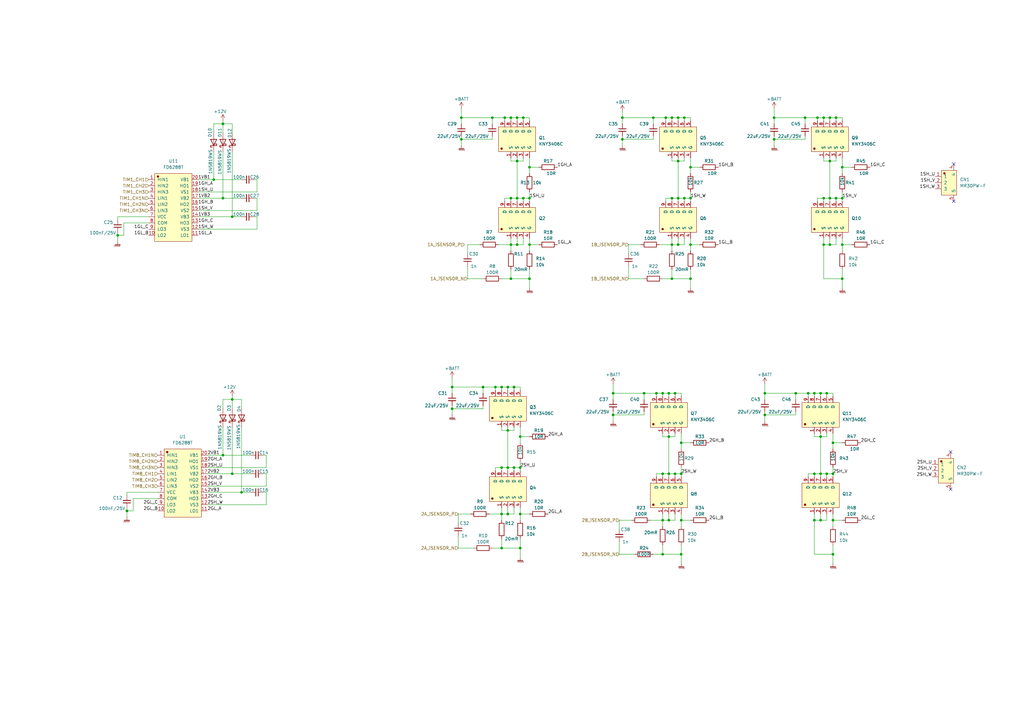
<source format=kicad_sch>
(kicad_sch (version 20231120) (generator "eeschema") (generator_version "8.0")
  (paper "A3")
  (lib_symbols
    (symbol "Device:C_Small" (pin_numbers hide) (pin_names (offset 0.254) hide)
      (property "Reference" "C" (at 0.254 1.778 0))
      (property "Value" "C_Small" (at 0.254 -2.032 0))
      (symbol "C_Small_1_1"
        (pin passive line (at 0 2.54 270) (length 2.032) (name "~") (number "1"))
        (pin passive line (at 0 -2.54 90) (length 2.032) (name "~") (number "2"))
      )
    )
    (symbol "Device:R" (pin_numbers hide) (pin_names (offset 0))
      (property "Reference" "R" (at 2.032 0 90))
      (property "Value" "R" (at 0 0 90))
      (symbol "R_1_1"
        (pin passive line (at 0 3.81 270) (length 1.27) (name "~") (number "1"))
        (pin passive line (at 0 -3.81 90) (length 1.27) (name "~") (number "2"))
      )
    )
    (symbol "Diode:1N5819WS" (pin_numbers hide) (pin_names (offset 1.016) hide)
      (property "Reference" "D" (at 0 2.54 0))
      (property "Value" "1N5819WS" (at 0 -2.54 0))
      (symbol "1N5819WS_1_1"
        (pin passive line (at -3.81 0 0) (length 2.54) (name "K") (number "1"))
        (pin passive line (at 3.81 0 180) (length 2.54) (name "A") (number "2"))
      )
    )
    (symbol "bldcDriver:FD6288T" (pin_names (offset 1.016))
      (property "Reference" "U" (at 0 16.6116 0))
      (property "Value" "FD6288T" (at 0 21.6916 0))
      (symbol "FD6288T_1_1"
        (pin input line (at -10.16 11.43 0) (length 2.54) (name "HIN1") (number "1"))
        (pin input line (at -10.16 -11.43 0) (length 2.54) (name "LO2") (number "10"))
        (pin input line (at 10.16 -11.43 180) (length 2.54) (name "LO1") (number "11"))
        (pin input line (at 10.16 -8.89 180) (length 2.54) (name "VS3") (number "12"))
        (pin input line (at 10.16 -6.35 180) (length 2.54) (name "HO3") (number "13"))
        (pin input line (at 10.16 -3.81 180) (length 2.54) (name "VB3") (number "14"))
        (pin input line (at 10.16 -1.27 180) (length 2.54) (name "VS2") (number "15"))
        (pin input line (at 10.16 1.27 180) (length 2.54) (name "HO2") (number "16"))
        (pin input line (at 10.16 3.81 180) (length 2.54) (name "VB2") (number "17"))
        (pin input line (at 10.16 6.35 180) (length 2.54) (name "VS1") (number "18"))
        (pin input line (at 10.16 8.89 180) (length 2.54) (name "HO1") (number "19"))
        (pin input line (at -10.16 8.89 0) (length 2.54) (name "HIN2") (number "2"))
        (pin input line (at 10.16 11.43 180) (length 2.54) (name "VB1") (number "20"))
        (pin input line (at -10.16 6.35 0) (length 2.54) (name "HIN3") (number "3"))
        (pin input line (at -10.16 3.81 0) (length 2.54) (name "LIN1") (number "4"))
        (pin input line (at -10.16 1.27 0) (length 2.54) (name "LIN2") (number "5"))
        (pin input line (at -10.16 -1.27 0) (length 2.54) (name "LIN3") (number "6"))
        (pin input line (at -10.16 -3.81 0) (length 2.54) (name "VCC") (number "7"))
        (pin input line (at -10.16 -6.35 0) (length 2.54) (name "COM") (number "8"))
        (pin input line (at -10.16 -8.89 0) (length 2.54) (name "LO3") (number "9"))
      )
    )
    (symbol "bldcDriver:KNY3406C" (pin_names (offset 1.016))
      (property "Reference" "Q" (at 0 10.3124 0))
      (property "Value" "KNY3406C" (at 0 15.3924 0))
      (symbol "KNY3406C_1_1"
        (pin input line (at -7.62 2.54 0) (length 2.54) (name "S") (number "1"))
        (pin input line (at -7.62 0 0) (length 2.54) (name "S") (number "2"))
        (pin input line (at -7.62 -2.54 0) (length 2.54) (name "S") (number "3"))
        (pin input line (at -7.62 -5.08 0) (length 2.54) (name "G") (number "4"))
        (pin input line (at 7.62 -5.08 180) (length 2.54) (name "D") (number "5"))
        (pin input line (at 7.62 -2.54 180) (length 2.54) (name "D") (number "6"))
        (pin input line (at 7.62 0 180) (length 2.54) (name "D") (number "7"))
        (pin input line (at 7.62 2.54 180) (length 2.54) (name "D") (number "8"))
        (pin input line (at 7.62 5.08 180) (length 2.54) (name "D") (number "9"))
      )
    )
    (symbol "kicadLib:MR30PW-F" (pin_names (offset 1.016))
      (property "Reference" "CN" (at 0 10.414 0))
      (property "Value" "MR30PW-F" (at 0 15.494 0))
      (symbol "MR30PW-F_1_1"
        (pin input line (at -3.81 2.54 0) (length 2.54) (name "1") (number "1"))
        (pin input line (at -3.81 0 0) (length 2.54) (name "2") (number "2"))
        (pin input line (at -3.81 -2.54 0) (length 2.54) (name "3") (number "3"))
        (pin input line (at 3.81 7.62 270) (length 2.54) (name "4") (number "4"))
        (pin input line (at 3.81 -7.62 90) (length 2.54) (name "5") (number "5"))
      )
    )
    (symbol "power:+12V" (power) (pin_names (offset 0))
      (property "Value" "+12V" (at 0 3.556 0))
      (symbol "+12V_1_1"
        (pin power_in line (at 0 0 90) (length 0) hide (name "+12V") (number "1"))
      )
    )
    (symbol "power:+BATT" (power) (pin_names (offset 0))
      (property "Value" "+BATT" (at 0 3.556 0))
      (symbol "+BATT_1_1"
        (pin power_in line (at 0 0 90) (length 0) hide (name "+BATT") (number "1"))
      )
    )
    (symbol "power:GNDPWR" (power) (pin_names (offset 0))
      (property "Value" "GNDPWR" (at 0 -3.302 0))
      (symbol "GNDPWR_1_1"
        (pin power_in line (at 0 0 270) (length 0) hide (name "GNDPWR") (number "1"))
      )
    )
  )
  (junction (at 91.44 50.8))
  (junction (at 95.25 163.83))
  (junction (at 209.55 100.33))
  (junction (at 271.78 213.36))
  (junction (at 185.42 158.75))
  (junction (at 340.36 66.04))
  (junction (at 255.27 57.15))
  (junction (at 334.01 194.31))
  (junction (at 336.55 161.29))
  (junction (at 95.25 194.31))
  (junction (at 185.42 167.64))
  (junction (at 345.44 81.28))
  (junction (at 274.32 194.31))
  (junction (at 208.28 176.53))
  (junction (at 189.23 57.15))
  (junction (at 336.55 179.07))
  (junction (at 275.59 114.3))
  (junction (at 334.01 161.29))
  (junction (at 209.55 48.26))
  (junction (at 208.28 191.77))
  (junction (at 269.24 161.29))
  (junction (at 278.13 81.28))
  (junction (at 212.09 48.26))
  (junction (at 341.63 213.36))
  (junction (at 201.93 48.26))
  (junction (at 271.78 227.33))
  (junction (at 280.67 48.26))
  (junction (at 210.82 191.77))
  (junction (at 87.63 73.66))
  (junction (at 95.25 88.9))
  (junction (at 337.82 100.33))
  (junction (at 217.17 114.3))
  (junction (at 330.2 48.26))
  (junction (at 280.67 81.28))
  (junction (at 217.17 81.28))
  (junction (at 205.74 158.75))
  (junction (at 264.16 161.29))
  (junction (at 331.47 161.29))
  (junction (at 214.63 81.28))
  (junction (at 217.17 100.33))
  (junction (at 283.21 114.3))
  (junction (at 275.59 48.26))
  (junction (at 267.97 48.26))
  (junction (at 205.74 191.77))
  (junction (at 283.21 68.58))
  (junction (at 205.74 210.82))
  (junction (at 276.86 194.31))
  (junction (at 275.59 81.28))
  (junction (at 189.23 48.26))
  (junction (at 255.27 48.26))
  (junction (at 337.82 48.26))
  (junction (at 317.5 57.15))
  (junction (at 209.55 81.28))
  (junction (at 336.55 213.36))
  (junction (at 48.26 96.52))
  (junction (at 274.32 179.07))
  (junction (at 342.9 48.26))
  (junction (at 99.06 201.93))
  (junction (at 275.59 100.33))
  (junction (at 283.21 81.28))
  (junction (at 274.32 213.36))
  (junction (at 276.86 161.29))
  (junction (at 213.36 224.79))
  (junction (at 251.46 170.18))
  (junction (at 213.36 191.77))
  (junction (at 208.28 158.75))
  (junction (at 210.82 158.75))
  (junction (at 213.36 210.82))
  (junction (at 345.44 100.33))
  (junction (at 341.63 194.31))
  (junction (at 279.4 213.36))
  (junction (at 345.44 68.58))
  (junction (at 313.69 161.29))
  (junction (at 212.09 66.04))
  (junction (at 317.5 48.26))
  (junction (at 207.01 48.26))
  (junction (at 205.74 224.79))
  (junction (at 273.05 48.26))
  (junction (at 91.44 186.69))
  (junction (at 345.44 114.3))
  (junction (at 342.9 81.28))
  (junction (at 271.78 194.31))
  (junction (at 217.17 68.58))
  (junction (at 209.55 114.3))
  (junction (at 208.28 210.82))
  (junction (at 340.36 81.28))
  (junction (at 341.63 227.33))
  (junction (at 214.63 48.26))
  (junction (at 340.36 100.33))
  (junction (at 339.09 194.31))
  (junction (at 91.44 81.28))
  (junction (at 278.13 48.26))
  (junction (at 203.2 158.75))
  (junction (at 274.32 161.29))
  (junction (at 341.63 181.61))
  (junction (at 212.09 100.33))
  (junction (at 340.36 48.26))
  (junction (at 334.01 213.36))
  (junction (at 313.69 170.18))
  (junction (at 336.55 194.31))
  (junction (at 335.28 48.26))
  (junction (at 213.36 179.07))
  (junction (at 337.82 81.28))
  (junction (at 279.4 194.31))
  (junction (at 198.12 158.75))
  (junction (at 326.39 161.29))
  (junction (at 251.46 161.29))
  (junction (at 339.09 161.29))
  (junction (at 271.78 161.29))
  (junction (at 212.09 81.28))
  (junction (at 278.13 100.33))
  (junction (at 283.21 100.33))
  (junction (at 279.4 181.61))
  (junction (at 279.4 227.33))
  (junction (at 278.13 66.04))
  (junction (at 52.07 209.55))
  (no_connect (at 391.16 67.31))
  (no_connect (at 391.16 82.55))
  (no_connect (at 389.89 185.42))
  (no_connect (at 389.89 200.66))
  (wire (pts (xy 283.21 48.26) (xy 280.67 48.26)))
  (wire (pts (xy 205.74 210.82) (xy 208.28 210.82)))
  (wire (pts (xy 212.09 66.04) (xy 214.63 66.04)))
  (wire (pts (xy 276.86 161.29) (xy 276.86 162.56)))
  (wire (pts (xy 251.46 157.48) (xy 251.46 161.29)))
  (wire (pts (xy 212.09 66.04) (xy 212.09 81.28)))
  (wire (pts (xy 340.36 100.33) (xy 342.9 100.33)))
  (wire (pts (xy 279.4 210.82) (xy 279.4 213.36)))
  (wire (pts (xy 109.22 201.93) (xy 109.22 207.01)))
  (wire (pts (xy 279.4 227.33) (xy 279.4 231.14)))
  (wire (pts (xy 205.74 176.53) (xy 208.28 176.53)))
  (wire (pts (xy 203.2 158.75) (xy 203.2 160.02)))
  (wire (pts (xy 326.39 161.29) (xy 326.39 163.83)))
  (wire (pts (xy 205.74 210.82) (xy 205.74 213.36)))
  (wire (pts (xy 214.63 66.04) (xy 214.63 64.77)))
  (wire (pts (xy 212.09 48.26) (xy 212.09 49.53)))
  (wire (pts (xy 198.12 167.64) (xy 198.12 166.37)))
  (wire (pts (xy 341.63 213.36) (xy 345.44 213.36)))
  (wire (pts (xy 217.17 110.49) (xy 217.17 114.3)))
  (wire (pts (xy 214.63 48.26) (xy 214.63 49.53)))
  (wire (pts (xy 99.06 175.26) (xy 99.06 201.93)))
  (wire (pts (xy 269.24 161.29) (xy 264.16 161.29)))
  (wire (pts (xy 251.46 168.91) (xy 251.46 170.18)))
  (wire (pts (xy 330.2 48.26) (xy 330.2 50.8)))
  (wire (pts (xy 339.09 210.82) (xy 339.09 213.36)))
  (wire (pts (xy 341.63 181.61) (xy 341.63 184.15)))
  (wire (pts (xy 275.59 81.28) (xy 275.59 82.55)))
  (wire (pts (xy 275.59 100.33) (xy 270.51 100.33)))
  (wire (pts (xy 209.55 110.49) (xy 209.55 114.3)))
  (wire (pts (xy 217.17 81.28) (xy 214.63 81.28)))
  (wire (pts (xy 198.12 158.75) (xy 198.12 161.29)))
  (wire (pts (xy 345.44 114.3) (xy 345.44 118.11)))
  (wire (pts (xy 217.17 49.53) (xy 217.17 48.26)))
  (wire (pts (xy 334.01 227.33) (xy 341.63 227.33)))
  (wire (pts (xy 85.09 194.31) (xy 95.25 194.31)))
  (wire (pts (xy 264.16 114.3) (xy 257.81 114.3)))
  (wire (pts (xy 214.63 81.28) (xy 212.09 81.28)))
  (wire (pts (xy 283.21 110.49) (xy 283.21 114.3)))
  (wire (pts (xy 337.82 100.33) (xy 340.36 100.33)))
  (wire (pts (xy 189.23 57.15) (xy 189.23 59.69)))
  (wire (pts (xy 283.21 68.58) (xy 287.02 68.58)))
  (wire (pts (xy 107.95 194.31) (xy 109.22 194.31)))
  (wire (pts (xy 262.89 100.33) (xy 257.81 100.33)))
  (wire (pts (xy 345.44 81.28) (xy 342.9 81.28)))
  (wire (pts (xy 279.4 194.31) (xy 276.86 194.31)))
  (wire (pts (xy 342.9 81.28) (xy 342.9 82.55)))
  (wire (pts (xy 205.74 191.77) (xy 205.74 193.04)))
  (wire (pts (xy 280.67 48.26) (xy 280.67 49.53)))
  (wire (pts (xy 283.21 49.53) (xy 283.21 48.26)))
  (wire (pts (xy 214.63 48.26) (xy 212.09 48.26)))
  (wire (pts (xy 283.21 68.58) (xy 283.21 71.12)))
  (wire (pts (xy 209.55 100.33) (xy 204.47 100.33)))
  (wire (pts (xy 275.59 97.79) (xy 275.59 100.33)))
  (wire (pts (xy 251.46 161.29) (xy 251.46 163.83)))
  (wire (pts (xy 213.36 158.75) (xy 210.82 158.75)))
  (wire (pts (xy 341.63 223.52) (xy 341.63 227.33)))
  (wire (pts (xy 187.96 224.79) (xy 187.96 219.71)))
  (wire (pts (xy 334.01 179.07) (xy 336.55 179.07)))
  (wire (pts (xy 257.81 100.33) (xy 257.81 104.14)))
  (wire (pts (xy 279.4 191.77) (xy 279.4 194.31)))
  (wire (pts (xy 278.13 48.26) (xy 275.59 48.26)))
  (wire (pts (xy 50.8 91.44) (xy 50.8 96.52)))
  (wire (pts (xy 341.63 194.31) (xy 341.63 195.58)))
  (wire (pts (xy 95.25 62.23) (xy 95.25 88.9)))
  (wire (pts (xy 337.82 81.28) (xy 337.82 82.55)))
  (wire (pts (xy 107.95 201.93) (xy 109.22 201.93)))
  (wire (pts (xy 212.09 81.28) (xy 209.55 81.28)))
  (wire (pts (xy 269.24 161.29) (xy 269.24 162.56)))
  (wire (pts (xy 64.77 201.93) (xy 52.07 201.93)))
  (wire (pts (xy 264.16 161.29) (xy 264.16 163.83)))
  (wire (pts (xy 334.01 194.31) (xy 331.47 194.31)))
  (wire (pts (xy 208.28 176.53) (xy 210.82 176.53)))
  (wire (pts (xy 341.63 210.82) (xy 341.63 213.36)))
  (wire (pts (xy 271.78 179.07) (xy 274.32 179.07)))
  (wire (pts (xy 208.28 210.82) (xy 210.82 210.82)))
  (wire (pts (xy 330.2 57.15) (xy 330.2 55.88)))
  (wire (pts (xy 81.28 88.9) (xy 95.25 88.9)))
  (wire (pts (xy 269.24 194.31) (xy 269.24 195.58)))
  (wire (pts (xy 283.21 100.33) (xy 283.21 102.87)))
  (wire (pts (xy 213.36 189.23) (xy 213.36 191.77)))
  (wire (pts (xy 274.32 161.29) (xy 274.32 162.56)))
  (wire (pts (xy 217.17 100.33) (xy 220.98 100.33)))
  (wire (pts (xy 339.09 179.07) (xy 339.09 177.8)))
  (wire (pts (xy 271.78 161.29) (xy 269.24 161.29)))
  (wire (pts (xy 276.86 194.31) (xy 276.86 195.58)))
  (wire (pts (xy 279.4 162.56) (xy 279.4 161.29)))
  (wire (pts (xy 60.96 91.44) (xy 50.8 91.44)))
  (wire (pts (xy 95.25 163.83) (xy 99.06 163.83)))
  (wire (pts (xy 279.4 213.36) (xy 279.4 215.9)))
  (wire (pts (xy 278.13 66.04) (xy 278.13 81.28)))
  (wire (pts (xy 278.13 81.28) (xy 275.59 81.28)))
  (wire (pts (xy 283.21 114.3) (xy 283.21 118.11)))
  (wire (pts (xy 91.44 50.8) (xy 95.25 50.8)))
  (wire (pts (xy 91.44 49.53) (xy 91.44 50.8)))
  (wire (pts (xy 267.97 57.15) (xy 267.97 55.88)))
  (wire (pts (xy 283.21 81.28) (xy 283.21 82.55)))
  (wire (pts (xy 274.32 179.07) (xy 276.86 179.07)))
  (wire (pts (xy 279.4 194.31) (xy 279.4 195.58)))
  (wire (pts (xy 337.82 97.79) (xy 337.82 100.33)))
  (wire (pts (xy 334.01 213.36) (xy 334.01 227.33)))
  (wire (pts (xy 278.13 64.77) (xy 278.13 66.04)))
  (wire (pts (xy 341.63 162.56) (xy 341.63 161.29)))
  (wire (pts (xy 87.63 73.66) (xy 99.06 73.66)))
  (wire (pts (xy 105.41 93.98) (xy 81.28 93.98)))
  (wire (pts (xy 209.55 114.3) (xy 217.17 114.3)))
  (wire (pts (xy 217.17 81.28) (xy 217.17 82.55)))
  (wire (pts (xy 279.4 177.8) (xy 279.4 181.61)))
  (wire (pts (xy 213.36 175.26) (xy 213.36 179.07)))
  (wire (pts (xy 213.36 179.07) (xy 217.17 179.07)))
  (wire (pts (xy 335.28 81.28) (xy 335.28 82.55)))
  (wire (pts (xy 203.2 158.75) (xy 198.12 158.75)))
  (wire (pts (xy 95.25 175.26) (xy 95.25 194.31)))
  (wire (pts (xy 217.17 68.58) (xy 220.98 68.58)))
  (wire (pts (xy 91.44 81.28) (xy 99.06 81.28)))
  (wire (pts (xy 213.36 224.79) (xy 213.36 228.6)))
  (wire (pts (xy 334.01 194.31) (xy 334.01 195.58)))
  (wire (pts (xy 209.55 81.28) (xy 207.01 81.28)))
  (wire (pts (xy 279.4 181.61) (xy 279.4 184.15)))
  (wire (pts (xy 330.2 48.26) (xy 317.5 48.26)))
  (wire (pts (xy 81.28 73.66) (xy 87.63 73.66)))
  (wire (pts (xy 341.63 194.31) (xy 339.09 194.31)))
  (wire (pts (xy 85.09 201.93) (xy 99.06 201.93)))
  (wire (pts (xy 185.42 158.75) (xy 185.42 161.29)))
  (wire (pts (xy 217.17 48.26) (xy 214.63 48.26)))
  (wire (pts (xy 52.07 201.93) (xy 52.07 203.2)))
  (wire (pts (xy 91.44 167.64) (xy 91.44 163.83)))
  (wire (pts (xy 342.9 48.26) (xy 342.9 49.53)))
  (wire (pts (xy 259.08 213.36) (xy 254 213.36)))
  (wire (pts (xy 275.59 66.04) (xy 278.13 66.04)))
  (wire (pts (xy 201.93 48.26) (xy 189.23 48.26)))
  (wire (pts (xy 336.55 194.31) (xy 334.01 194.31)))
  (wire (pts (xy 340.36 48.26) (xy 337.82 48.26)))
  (wire (pts (xy 283.21 97.79) (xy 283.21 100.33)))
  (wire (pts (xy 271.78 213.36) (xy 271.78 215.9)))
  (wire (pts (xy 273.05 48.26) (xy 267.97 48.26)))
  (wire (pts (xy 217.17 100.33) (xy 217.17 102.87)))
  (wire (pts (xy 95.25 162.56) (xy 95.25 163.83)))
  (wire (pts (xy 326.39 170.18) (xy 326.39 168.91)))
  (wire (pts (xy 205.74 224.79) (xy 213.36 224.79)))
  (wire (pts (xy 95.25 88.9) (xy 99.06 88.9)))
  (wire (pts (xy 87.63 54.61) (xy 87.63 50.8)))
  (wire (pts (xy 279.4 161.29) (xy 276.86 161.29)))
  (wire (pts (xy 340.36 64.77) (xy 340.36 66.04)))
  (wire (pts (xy 209.55 66.04) (xy 212.09 66.04)))
  (wire (pts (xy 340.36 81.28) (xy 340.36 82.55)))
  (wire (pts (xy 48.26 96.52) (xy 48.26 99.06)))
  (wire (pts (xy 276.86 161.29) (xy 274.32 161.29)))
  (wire (pts (xy 185.42 167.64) (xy 185.42 170.18)))
  (wire (pts (xy 274.32 213.36) (xy 276.86 213.36)))
  (wire (pts (xy 345.44 78.74) (xy 345.44 81.28)))
  (wire (pts (xy 205.74 175.26) (xy 205.74 176.53)))
  (wire (pts (xy 104.14 88.9) (xy 105.41 88.9)))
  (wire (pts (xy 205.74 224.79) (xy 201.93 224.79)))
  (wire (pts (xy 212.09 48.26) (xy 209.55 48.26)))
  (wire (pts (xy 87.63 50.8) (xy 91.44 50.8)))
  (wire (pts (xy 205.74 191.77) (xy 203.2 191.77)))
  (wire (pts (xy 81.28 81.28) (xy 91.44 81.28)))
  (wire (pts (xy 109.22 186.69) (xy 109.22 191.77)))
  (wire (pts (xy 271.78 194.31) (xy 269.24 194.31)))
  (wire (pts (xy 280.67 81.28) (xy 278.13 81.28)))
  (wire (pts (xy 209.55 97.79) (xy 209.55 100.33)))
  (wire (pts (xy 189.23 57.15) (xy 201.93 57.15)))
  (wire (pts (xy 313.69 161.29) (xy 313.69 163.83)))
  (wire (pts (xy 191.77 114.3) (xy 191.77 109.22)))
  (wire (pts (xy 345.44 110.49) (xy 345.44 114.3)))
  (wire (pts (xy 271.78 194.31) (xy 271.78 195.58)))
  (wire (pts (xy 209.55 114.3) (xy 205.74 114.3)))
  (wire (pts (xy 201.93 48.26) (xy 201.93 50.8)))
  (wire (pts (xy 213.36 179.07) (xy 213.36 181.61)))
  (wire (pts (xy 91.44 186.69) (xy 102.87 186.69)))
  (wire (pts (xy 274.32 177.8) (xy 274.32 179.07)))
  (wire (pts (xy 341.63 161.29) (xy 339.09 161.29)))
  (wire (pts (xy 210.82 191.77) (xy 210.82 193.04)))
  (wire (pts (xy 210.82 208.28) (xy 210.82 210.82)))
  (wire (pts (xy 205.74 210.82) (xy 200.66 210.82)))
  (wire (pts (xy 337.82 66.04) (xy 340.36 66.04)))
  (wire (pts (xy 317.5 57.15) (xy 330.2 57.15)))
  (wire (pts (xy 254 227.33) (xy 254 222.25)))
  (wire (pts (xy 105.41 78.74) (xy 81.28 78.74)))
  (wire (pts (xy 205.74 208.28) (xy 205.74 210.82)))
  (wire (pts (xy 331.47 194.31) (xy 331.47 195.58)))
  (wire (pts (xy 267.97 48.26) (xy 267.97 50.8)))
  (wire (pts (xy 52.07 208.28) (xy 52.07 209.55)))
  (wire (pts (xy 209.55 48.26) (xy 207.01 48.26)))
  (wire (pts (xy 91.44 54.61) (xy 91.44 50.8)))
  (wire (pts (xy 334.01 161.29) (xy 334.01 162.56)))
  (wire (pts (xy 275.59 100.33) (xy 278.13 100.33)))
  (wire (pts (xy 271.78 227.33) (xy 279.4 227.33)))
  (wire (pts (xy 337.82 48.26) (xy 337.82 49.53)))
  (wire (pts (xy 205.74 158.75) (xy 205.74 160.02)))
  (wire (pts (xy 317.5 55.88) (xy 317.5 57.15)))
  (wire (pts (xy 279.4 181.61) (xy 283.21 181.61)))
  (wire (pts (xy 337.82 64.77) (xy 337.82 66.04)))
  (wire (pts (xy 255.27 48.26) (xy 255.27 50.8)))
  (wire (pts (xy 276.86 179.07) (xy 276.86 177.8)))
  (wire (pts (xy 107.95 186.69) (xy 109.22 186.69)))
  (wire (pts (xy 214.63 97.79) (xy 214.63 100.33)))
  (wire (pts (xy 278.13 66.04) (xy 280.67 66.04)))
  (wire (pts (xy 313.69 157.48) (xy 313.69 161.29)))
  (wire (pts (xy 283.21 64.77) (xy 283.21 68.58)))
  (wire (pts (xy 208.28 175.26) (xy 208.28 176.53)))
  (wire (pts (xy 85.09 186.69) (xy 91.44 186.69)))
  (wire (pts (xy 331.47 161.29) (xy 331.47 162.56)))
  (wire (pts (xy 342.9 66.04) (xy 342.9 64.77)))
  (wire (pts (xy 189.23 44.45) (xy 189.23 48.26)))
  (wire (pts (xy 198.12 158.75) (xy 185.42 158.75)))
  (wire (pts (xy 275.59 114.3) (xy 283.21 114.3)))
  (wire (pts (xy 273.05 81.28) (xy 273.05 82.55)))
  (wire (pts (xy 208.28 158.75) (xy 205.74 158.75)))
  (wire (pts (xy 342.9 97.79) (xy 342.9 100.33)))
  (wire (pts (xy 196.85 100.33) (xy 191.77 100.33)))
  (wire (pts (xy 345.44 68.58) (xy 349.25 68.58)))
  (wire (pts (xy 345.44 49.53) (xy 345.44 48.26)))
  (wire (pts (xy 214.63 81.28) (xy 214.63 82.55)))
  (wire (pts (xy 340.36 97.79) (xy 340.36 100.33)))
  (wire (pts (xy 187.96 210.82) (xy 187.96 214.63)))
  (wire (pts (xy 264.16 170.18) (xy 264.16 168.91)))
  (wire (pts (xy 336.55 179.07) (xy 336.55 194.31)))
  (wire (pts (xy 313.69 168.91) (xy 313.69 170.18)))
  (wire (pts (xy 105.41 81.28) (xy 105.41 86.36)))
  (wire (pts (xy 336.55 194.31) (xy 336.55 195.58)))
  (wire (pts (xy 87.63 73.66) (xy 87.63 62.23)))
  (wire (pts (xy 279.4 223.52) (xy 279.4 227.33)))
  (wire (pts (xy 198.12 114.3) (xy 191.77 114.3)))
  (wire (pts (xy 213.36 191.77) (xy 213.36 193.04)))
  (wire (pts (xy 209.55 48.26) (xy 209.55 49.53)))
  (wire (pts (xy 313.69 170.18) (xy 313.69 172.72)))
  (wire (pts (xy 283.21 81.28) (xy 280.67 81.28)))
  (wire (pts (xy 267.97 48.26) (xy 255.27 48.26)))
  (wire (pts (xy 339.09 161.29) (xy 339.09 162.56)))
  (wire (pts (xy 210.82 176.53) (xy 210.82 175.26)))
  (wire (pts (xy 280.67 81.28) (xy 280.67 82.55)))
  (wire (pts (xy 208.28 176.53) (xy 208.28 191.77)))
  (wire (pts (xy 255.27 57.15) (xy 255.27 59.69)))
  (wire (pts (xy 335.28 48.26) (xy 330.2 48.26)))
  (wire (pts (xy 208.28 208.28) (xy 208.28 210.82)))
  (wire (pts (xy 345.44 100.33) (xy 349.25 100.33)))
  (wire (pts (xy 345.44 81.28) (xy 345.44 82.55)))
  (wire (pts (xy 189.23 48.26) (xy 189.23 50.8)))
  (wire (pts (xy 264.16 161.29) (xy 251.46 161.29)))
  (wire (pts (xy 341.63 191.77) (xy 341.63 194.31)))
  (wire (pts (xy 341.63 177.8) (xy 341.63 181.61)))
  (wire (pts (xy 345.44 68.58) (xy 345.44 71.12)))
  (wire (pts (xy 54.61 209.55) (xy 52.07 209.55)))
  (wire (pts (xy 337.82 81.28) (xy 335.28 81.28)))
  (wire (pts (xy 271.78 210.82) (xy 271.78 213.36)))
  (wire (pts (xy 212.09 100.33) (xy 214.63 100.33)))
  (wire (pts (xy 278.13 97.79) (xy 278.13 100.33)))
  (wire (pts (xy 275.59 114.3) (xy 271.78 114.3)))
  (wire (pts (xy 345.44 48.26) (xy 342.9 48.26)))
  (wire (pts (xy 213.36 160.02) (xy 213.36 158.75)))
  (wire (pts (xy 336.55 161.29) (xy 334.01 161.29)))
  (wire (pts (xy 337.82 48.26) (xy 335.28 48.26)))
  (wire (pts (xy 341.63 227.33) (xy 341.63 231.14)))
  (wire (pts (xy 213.36 210.82) (xy 213.36 213.36)))
  (wire (pts (xy 283.21 100.33) (xy 287.02 100.33)))
  (wire (pts (xy 185.42 167.64) (xy 198.12 167.64)))
  (wire (pts (xy 48.26 95.25) (xy 48.26 96.52)))
  (wire (pts (xy 339.09 161.29) (xy 336.55 161.29)))
  (wire (pts (xy 191.77 100.33) (xy 191.77 104.14)))
  (wire (pts (xy 52.07 209.55) (xy 52.07 212.09)))
  (wire (pts (xy 54.61 204.47) (xy 54.61 209.55)))
  (wire (pts (xy 271.78 161.29) (xy 271.78 162.56)))
  (wire (pts (xy 48.26 88.9) (xy 48.26 90.17)))
  (wire (pts (xy 208.28 191.77) (xy 205.74 191.77)))
  (wire (pts (xy 255.27 55.88) (xy 255.27 57.15)))
  (wire (pts (xy 212.09 81.28) (xy 212.09 82.55)))
  (wire (pts (xy 251.46 170.18) (xy 251.46 172.72)))
  (wire (pts (xy 254 213.36) (xy 254 217.17)))
  (wire (pts (xy 271.78 213.36) (xy 274.32 213.36)))
  (wire (pts (xy 274.32 161.29) (xy 271.78 161.29)))
  (wire (pts (xy 340.36 48.26) (xy 340.36 49.53)))
  (wire (pts (xy 340.36 81.28) (xy 337.82 81.28)))
  (wire (pts (xy 317.5 48.26) (xy 317.5 50.8)))
  (wire (pts (xy 50.8 96.52) (xy 48.26 96.52)))
  (wire (pts (xy 280.67 97.79) (xy 280.67 100.33)))
  (wire (pts (xy 105.41 88.9) (xy 105.41 93.98)))
  (wire (pts (xy 278.13 48.26) (xy 278.13 49.53)))
  (wire (pts (xy 95.25 194.31) (xy 102.87 194.31)))
  (wire (pts (xy 201.93 57.15) (xy 201.93 55.88)))
  (wire (pts (xy 260.35 227.33) (xy 254 227.33)))
  (wire (pts (xy 207.01 48.26) (xy 207.01 49.53)))
  (wire (pts (xy 275.59 48.26) (xy 273.05 48.26)))
  (wire (pts (xy 337.82 114.3) (xy 345.44 114.3)))
  (wire (pts (xy 275.59 100.33) (xy 275.59 102.87)))
  (wire (pts (xy 203.2 191.77) (xy 203.2 193.04)))
  (wire (pts (xy 278.13 100.33) (xy 280.67 100.33)))
  (wire (pts (xy 339.09 194.31) (xy 336.55 194.31)))
  (wire (pts (xy 336.55 179.07) (xy 339.09 179.07)))
  (wire (pts (xy 255.27 45.72) (xy 255.27 48.26)))
  (wire (pts (xy 185.42 166.37) (xy 185.42 167.64)))
  (wire (pts (xy 91.44 62.23) (xy 91.44 81.28)))
  (wire (pts (xy 340.36 66.04) (xy 342.9 66.04)))
  (wire (pts (xy 209.55 64.77) (xy 209.55 66.04)))
  (wire (pts (xy 217.17 97.79) (xy 217.17 100.33)))
  (wire (pts (xy 213.36 210.82) (xy 217.17 210.82)))
  (wire (pts (xy 213.36 191.77) (xy 210.82 191.77)))
  (wire (pts (xy 99.06 201.93) (xy 102.87 201.93)))
  (wire (pts (xy 213.36 208.28) (xy 213.36 210.82)))
  (wire (pts (xy 64.77 204.47) (xy 54.61 204.47)))
  (wire (pts (xy 205.74 158.75) (xy 203.2 158.75)))
  (wire (pts (xy 276.86 210.82) (xy 276.86 213.36)))
  (wire (pts (xy 341.63 181.61) (xy 345.44 181.61)))
  (wire (pts (xy 257.81 114.3) (xy 257.81 109.22)))
  (wire (pts (xy 335.28 48.26) (xy 335.28 49.53)))
  (wire (pts (xy 95.25 54.61) (xy 95.25 50.8)))
  (wire (pts (xy 274.32 194.31) (xy 271.78 194.31)))
  (wire (pts (xy 326.39 161.29) (xy 313.69 161.29)))
  (wire (pts (xy 104.14 81.28) (xy 105.41 81.28)))
  (wire (pts (xy 345.44 97.79) (xy 345.44 100.33)))
  (wire (pts (xy 60.96 88.9) (xy 48.26 88.9)))
  (wire (pts (xy 213.36 220.98) (xy 213.36 224.79)))
  (wire (pts (xy 95.25 167.64) (xy 95.25 163.83)))
  (wire (pts (xy 209.55 81.28) (xy 209.55 82.55)))
  (wire (pts (xy 274.32 210.82) (xy 274.32 213.36)))
  (wire (pts (xy 334.01 177.8) (xy 334.01 179.07)))
  (wire (pts (xy 283.21 78.74) (xy 283.21 81.28)))
  (wire (pts (xy 208.28 191.77) (xy 208.28 193.04)))
  (wire (pts (xy 336.55 210.82) (xy 336.55 213.36)))
  (wire (pts (xy 212.09 97.79) (xy 212.09 100.33)))
  (wire (pts (xy 185.42 154.94) (xy 185.42 158.75)))
  (wire (pts (xy 210.82 158.75) (xy 210.82 160.02)))
  (wire (pts (xy 271.78 177.8) (xy 271.78 179.07)))
  (wire (pts (xy 207.01 48.26) (xy 201.93 48.26)))
  (wire (pts (xy 331.47 161.29) (xy 326.39 161.29)))
  (wire (pts (xy 275.59 64.77) (xy 275.59 66.04)))
  (wire (pts (xy 271.78 213.36) (xy 266.7 213.36)))
  (wire (pts (xy 280.67 66.04) (xy 280.67 64.77)))
  (wire (pts (xy 273.05 48.26) (xy 273.05 49.53)))
  (wire (pts (xy 271.78 223.52) (xy 271.78 227.33)))
  (wire (pts (xy 217.17 78.74) (xy 217.17 81.28)))
  (wire (pts (xy 334.01 210.82) (xy 334.01 213.36)))
  (wire (pts (xy 208.28 158.75) (xy 208.28 160.02)))
  (wire (pts (xy 99.06 167.64) (xy 99.06 163.83)))
  (wire (pts (xy 109.22 199.39) (xy 85.09 199.39)))
  (wire (pts (xy 336.55 177.8) (xy 336.55 179.07)))
  (wire (pts (xy 209.55 100.33) (xy 212.09 100.33)))
  (wire (pts (xy 339.09 194.31) (xy 339.09 195.58)))
  (wire (pts (xy 274.32 194.31) (xy 274.32 195.58)))
  (wire (pts (xy 217.17 64.77) (xy 217.17 68.58)))
  (wire (pts (xy 336.55 161.29) (xy 336.55 162.56)))
  (wire (pts (xy 91.44 163.83) (xy 95.25 163.83)))
  (wire (pts (xy 217.17 114.3) (xy 217.17 118.11)))
  (wire (pts (xy 342.9 81.28) (xy 340.36 81.28)))
  (wire (pts (xy 109.22 194.31) (xy 109.22 199.39)))
  (wire (pts (xy 280.67 48.26) (xy 278.13 48.26)))
  (wire (pts (xy 341.63 213.36) (xy 341.63 215.9)))
  (wire (pts (xy 251.46 170.18) (xy 264.16 170.18)))
  (wire (pts (xy 275.59 110.49) (xy 275.59 114.3)))
  (wire (pts (xy 334.01 213.36) (xy 336.55 213.36)))
  (wire (pts (xy 104.14 73.66) (xy 105.41 73.66)))
  (wire (pts (xy 345.44 64.77) (xy 345.44 68.58)))
  (wire (pts (xy 313.69 170.18) (xy 326.39 170.18)))
  (wire (pts (xy 275.59 48.26) (xy 275.59 49.53)))
  (wire (pts (xy 271.78 227.33) (xy 267.97 227.33)))
  (wire (pts (xy 210.82 191.77) (xy 208.28 191.77)))
  (wire (pts (xy 189.23 55.88) (xy 189.23 57.15)))
  (wire (pts (xy 212.09 64.77) (xy 212.09 66.04)))
  (wire (pts (xy 105.41 73.66) (xy 105.41 78.74)))
  (wire (pts (xy 105.41 86.36) (xy 81.28 86.36)))
  (wire (pts (xy 340.36 66.04) (xy 340.36 81.28)))
  (wire (pts (xy 276.86 194.31) (xy 274.32 194.31)))
  (wire (pts (xy 210.82 158.75) (xy 208.28 158.75)))
  (wire (pts (xy 317.5 44.45) (xy 317.5 48.26)))
  (wire (pts (xy 109.22 191.77) (xy 85.09 191.77)))
  (wire (pts (xy 337.82 100.33) (xy 337.82 114.3)))
  (wire (pts (xy 336.55 213.36) (xy 339.09 213.36)))
  (wire (pts (xy 209.55 100.33) (xy 209.55 102.87)))
  (wire (pts (xy 91.44 186.69) (xy 91.44 175.26)))
  (wire (pts (xy 274.32 179.07) (xy 274.32 194.31)))
  (wire (pts (xy 194.31 224.79) (xy 187.96 224.79)))
  (wire (pts (xy 207.01 81.28) (xy 207.01 82.55)))
  (wire (pts (xy 317.5 57.15) (xy 317.5 59.69)))
  (wire (pts (xy 345.44 100.33) (xy 345.44 102.87)))
  (wire (pts (xy 109.22 207.01) (xy 85.09 207.01)))
  (wire (pts (xy 255.27 57.15) (xy 267.97 57.15)))
  (wire (pts (xy 193.04 210.82) (xy 187.96 210.82)))
  (wire (pts (xy 342.9 48.26) (xy 340.36 48.26)))
  (wire (pts (xy 205.74 220.98) (xy 205.74 224.79)))
  (wire (pts (xy 275.59 81.28) (xy 273.05 81.28)))
  (wire (pts (xy 334.01 161.29) (xy 331.47 161.29)))
  (wire (pts (xy 279.4 213.36) (xy 283.21 213.36)))
  (wire (pts (xy 217.17 68.58) (xy 217.17 71.12)))
  (wire (pts (xy 278.13 81.28) (xy 278.13 82.55)))
  (label "2GL_A" (at 85.09 209.55 0))
  (label "1SH_V" (at 81.28 86.36 0))
  (label "1SH_W" (at 383.54 77.47 180))
  (label "2GL_C" (at 64.77 207.01 180))
  (label "2SH_W" (at 382.27 195.58 180))
  (label "1GL_C" (at 60.96 93.98 180))
  (label "2GL_C" (at 353.06 213.36 0))
  (label "2SH_U" (at 382.27 190.5 180))
  (label "2SH_U" (at 85.09 191.77 0))
  (label "1SH_V" (at 345.44 81.28 0))
  (label "2SH_V" (at 382.27 193.04 180))
  (label "1SH_W" (at 283.21 81.28 0))
  (label "1GH_C" (at 81.28 91.44 0))
  (label "1GH_A" (at 228.6 68.58 0))
  (label "1SH_U" (at 217.17 81.28 0))
  (label "1SH_W" (at 81.28 93.98 0))
  (label "1SH_V" (at 383.54 74.93 180))
  (label "1VB2" (at 81.28 81.28 0))
  (label "1GL_A" (at 81.28 96.52 0))
  (label "1VB1" (at 81.28 73.66 0))
  (label "1GH_A" (at 81.28 76.2 0))
  (label "1GL_C" (at 356.87 100.33 0))
  (label "2GH_A" (at 85.09 189.23 0))
  (label "2VB2" (at 85.09 194.31 0))
  (label "2SH_W" (at 279.4 194.31 0))
  (label "2SH_U" (at 213.36 191.77 0))
  (label "2GL_B" (at 64.77 209.55 180))
  (label "1GH_B" (at 81.28 83.82 0))
  (label "2GH_A" (at 224.79 179.07 0))
  (label "2VB1" (at 85.09 186.69 0))
  (label "1GH_B" (at 294.64 68.58 0))
  (label "2GL_B" (at 290.83 213.36 0))
  (label "2GH_B" (at 290.83 181.61 0))
  (label "1GL_B" (at 294.64 100.33 0))
  (label "2SH_V" (at 341.63 194.31 0))
  (label "2GH_C" (at 85.09 204.47 0))
  (label "1GL_A" (at 228.6 100.33 0))
  (label "2GH_B" (at 85.09 196.85 0))
  (label "2GH_C" (at 353.06 181.61 0))
  (label "1VB3" (at 81.28 88.9 0))
  (label "1SH_U" (at 383.54 72.39 180))
  (label "1GH_C" (at 356.87 68.58 0))
  (label "2GL_A" (at 224.79 210.82 0))
  (label "2SH_V" (at 85.09 199.39 0))
  (label "2SH_W" (at 85.09 207.01 0))
  (label "1GL_B" (at 60.96 96.52 180))
  (label "1SH_U" (at 81.28 78.74 0))
  (label "2VB3" (at 85.09 201.93 0))
  (hierarchical_label "TIM8_CH1" (shape input) (at 64.77 194.31 180))
  (hierarchical_label "1B_iSENSOR_N" (shape input) (at 257.81 114.3 180))
  (hierarchical_label "1A_iSENSOR_N" (shape input) (at 191.77 114.3 180))
  (hierarchical_label "TIM1_CH1" (shape input) (at 60.96 73.66 180))
  (hierarchical_label "TIM8_CH3" (shape input) (at 64.77 199.39 180))
  (hierarchical_label "2B_iSENSOR_N" (shape input) (at 254 227.33 180))
  (hierarchical_label "TIM8_CH3N" (shape input) (at 64.77 191.77 180))
  (hierarchical_label "1B_iSENSOR_P" (shape input) (at 257.81 100.33 180))
  (hierarchical_label "TIM8_CH2" (shape input) (at 64.77 196.85 180))
  (hierarchical_label "2A_iSENSOR_N" (shape input) (at 187.96 224.79 180))
  (hierarchical_label "2B_iSENSOR_P" (shape input) (at 254 213.36 180))
  (hierarchical_label "TIM1_CH2N" (shape input) (at 60.96 83.82 180))
  (hierarchical_label "2A_iSENSOR_P" (shape input) (at 187.96 210.82 180))
  (hierarchical_label "TIM1_CH2" (shape input) (at 60.96 76.2 180))
  (hierarchical_label "TIM8_CH1N" (shape input) (at 64.77 186.69 180))
  (hierarchical_label "TIM8_CH2N" (shape input) (at 64.77 189.23 180))
  (hierarchical_label "TIM1_CH1N" (shape input) (at 60.96 81.28 180))
  (hierarchical_label "1A_iSENSOR_P" (shape input) (at 190.5 100.33 180))
  (hierarchical_label "TIM1_CH3N" (shape input) (at 60.96 86.36 180))
  (hierarchical_label "TIM1_CH3" (shape input) (at 60.96 78.74 180))
  (symbol (lib_id "bldcDriver:KNY3406C") (at 340.36 90.17 90) (unit 1)
    (property "Reference" "Q10" (at 349.25 89.535 90) (effects (justify right)))
    (property "Value" "KNY3406C" (effects (hide yes)))
    (property "Footprint" "balancerDriver:PDFN-8_L4.9-W5.8-P1.27-LS6.1-BL" (effects (hide yes)))
    (property "Datasheet" "http://www.szlcsc.com/product/details_458586.html" (effects (hide yes)))
    (property "SuppliersPartNumber" "C455987" (effects (hide yes)))
    (property "uuid" "std:640fd594cce74f1f9a716f98941cd225" (effects (hide yes)))
  )
  (symbol (lib_id "Device:R") (at 341.63 187.96 180) (unit 1)
    (property "Reference" "R43" (at 344.17 187.96 0) (effects (justify right)))
    (property "Value" "10k" (at 341.63 189.23 90) (effects (justify right)))
    (property "Footprint" "Resistor_SMD:R_0603_1608Metric_Pad0.98x0.95mm_HandSolder" (effects (hide yes)))
  )
  (symbol (lib_id "Device:C_Small") (at 254 219.71 180) (unit 1)
    (property "Reference" "C38" (at 256.54 217.17 0))
    (property "Value" "1n" (at 256.54 222.25 0))
    (property "Footprint" "Capacitor_SMD:C_0603_1608Metric_Pad1.08x0.95mm_HandSolder" (effects (hide yes)))
  )
  (symbol (lib_id "power:+BATT") (at 185.42 154.94 0) (unit 1)
    (property "Reference" "#PWR026" (effects (hide yes)))
    (property "Value" "+BATT" (at 185.42 151.13 0))
  )
  (symbol (lib_id "bldcDriver:KNY3406C") (at 336.55 203.2 90) (unit 1)
    (property "Reference" "Q12" (at 345.44 202.565 90) (effects (justify right)))
    (property "Value" "KNY3406C" (effects (hide yes)))
    (property "Footprint" "balancerDriver:PDFN-8_L4.9-W5.8-P1.27-LS6.1-BL" (effects (hide yes)))
    (property "Datasheet" "http://www.szlcsc.com/product/details_458586.html" (effects (hide yes)))
    (property "SuppliersPartNumber" "C455987" (effects (hide yes)))
    (property "uuid" "std:640fd594cce74f1f9a716f98941cd225" (effects (hide yes)))
  )
  (symbol (lib_id "Diode:1N5819WS") (at 87.63 58.42 90) (unit 1)
    (property "Reference" "D10" (at 86.106 54.356 0))
    (property "Value" "1N5819WS" (at 86.36 66.294 0))
    (property "Footprint" "Diode_SMD:D_SOD-323" (effects (hide yes)))
    (property "Datasheet" "https://datasheet.lcsc.com/lcsc/2204281430_Guangdong-Hottech-1N5819WS_C191023.pdf" (effects (hide yes)))
  )
  (symbol (lib_id "power:GNDPWR") (at 341.63 231.14 0) (mirror y) (unit 1)
    (property "Reference" "#PWR041" (effects (hide yes)))
    (property "Value" "GNDPWR" (effects (hide yes)))
  )
  (symbol (lib_id "bldcDriver:KNY3406C") (at 336.55 170.18 90) (unit 1)
    (property "Reference" "Q11" (at 345.44 169.545 90) (effects (justify right)))
    (property "Value" "KNY3406C" (at 345.44 172.085 90) (effects (justify right)))
    (property "Footprint" "balancerDriver:PDFN-8_L4.9-W5.8-P1.27-LS6.1-BL" (effects (hide yes)))
    (property "Datasheet" "http://www.szlcsc.com/product/details_458586.html" (effects (hide yes)))
    (property "SuppliersPartNumber" "C455987" (effects (hide yes)))
    (property "uuid" "std:640fd594cce74f1f9a716f98941cd225" (effects (hide yes)))
  )
  (symbol (lib_id "power:GNDPWR") (at 213.36 228.6 0) (mirror y) (unit 1)
    (property "Reference" "#PWR029" (effects (hide yes)))
    (property "Value" "GNDPWR" (effects (hide yes)))
  )
  (symbol (lib_id "power:GNDPWR") (at 48.26 99.06 0) (unit 1)
    (property "Reference" "#PWR019" (effects (hide yes)))
    (property "Value" "GNDPWR" (effects (hide yes)))
  )
  (symbol (lib_id "Device:R") (at 198.12 224.79 270) (unit 1)
    (property "Reference" "R10" (at 198.12 219.71 90))
    (property "Value" "100R" (at 198.12 222.25 90))
    (property "Footprint" "Resistor_SMD:R_0603_1608Metric_Pad0.98x0.95mm_HandSolder" (effects (hide yes)))
  )
  (symbol (lib_id "Device:C_Small") (at 257.81 106.68 180) (unit 1)
    (property "Reference" "C36" (at 260.35 104.14 0))
    (property "Value" "1n" (at 260.35 109.22 0))
    (property "Footprint" "Capacitor_SMD:C_0603_1608Metric_Pad1.08x0.95mm_HandSolder" (effects (hide yes)))
  )
  (symbol (lib_id "Device:R") (at 267.97 114.3 270) (unit 1)
    (property "Reference" "R22" (at 267.97 109.22 90))
    (property "Value" "100R" (at 267.97 111.76 90))
    (property "Footprint" "Resistor_SMD:R_0603_1608Metric_Pad0.98x0.95mm_HandSolder" (effects (hide yes)))
  )
  (symbol (lib_id "Diode:1N5819WS") (at 95.25 58.42 90) (unit 1)
    (property "Reference" "D12" (at 94.234 54.61 0))
    (property "Value" "1N5819WS" (at 93.98 66.04 0))
    (property "Footprint" "Diode_SMD:D_SOD-323" (effects (hide yes)))
    (property "Datasheet" "https://datasheet.lcsc.com/lcsc/2204281430_Guangdong-Hottech-1N5819WS_C191023.pdf" (effects (hide yes)))
  )
  (symbol (lib_id "Device:R") (at 345.44 74.93 180) (unit 1)
    (property "Reference" "R41" (at 346.71 74.93 0) (effects (justify right)))
    (property "Value" "10k" (at 345.44 76.2 90) (effects (justify right)))
    (property "Footprint" "Resistor_SMD:R_0603_1608Metric_Pad0.98x0.95mm_HandSolder" (effects (hide yes)))
  )
  (symbol (lib_id "bldcDriver:FD6288T") (at 71.12 85.09 0) (unit 1)
    (property "Reference" "U11" (at 71.12 66.04 0))
    (property "Value" "FD6288T" (at 71.12 68.58 0))
    (property "Footprint" "balancerDriver:TSSOP-20_L6.5-W4.4-P0.65-LS6.4-BL" (effects (hide yes)))
    (property "Description" "C5804616" (effects (hide yes)))
    (property "uuid" "std:85bacd69bf5046a7bac0c54fac610692" (effects (hide yes)))
  )
  (symbol (lib_id "Device:C_Small") (at 326.39 166.37 0) (mirror y) (unit 1)
    (property "Reference" "C46" (at 322.58 163.83 0))
    (property "Value" "22uF/25V" (at 320.04 168.91 0))
    (property "Footprint" "Capacitor_SMD:C_0805_2012Metric_Pad1.18x1.45mm_HandSolder" (effects (hide yes)))
  )
  (symbol (lib_id "kicadLib:MR30PW-F") (at 387.35 74.93 0) (unit 1)
    (property "Reference" "CN1" (at 393.7 73.6599 0) (effects (justify left)))
    (property "Value" "MR30PW-F" (at 393.7 76.1999 0) (effects (justify left)))
    (property "Footprint" "balancerDriver:CONN-TH_MR30PW-F" (effects (hide yes)))
    (property "Description" "C2928110" (effects (hide yes)))
    (property "uuid" "std:e8657d6fd0094d2ca2b8b7683e751094" (effects (hide yes)))
  )
  (symbol (lib_id "Device:R") (at 290.83 100.33 270) (unit 1)
    (property "Reference" "R32" (at 290.83 95.25 90))
    (property "Value" "10R" (at 290.83 97.79 90))
    (property "Footprint" "Resistor_SMD:R_0603_1608Metric_Pad0.98x0.95mm_HandSolder" (effects (hide yes)))
  )
  (symbol (lib_id "Device:R") (at 283.21 106.68 180) (unit 1)
    (property "Reference" "R28" (at 285.75 106.045 0) (effects (justify right)))
    (property "Value" "10k" (at 285.75 108.585 0) (effects (justify right)))
    (property "Footprint" "Resistor_SMD:R_0603_1608Metric_Pad0.98x0.95mm_HandSolder" (effects (hide yes)))
  )
  (symbol (lib_id "Device:C_Small") (at 189.23 53.34 0) (mirror y) (unit 1)
    (property "Reference" "C29" (at 185.42 50.8 0))
    (property "Value" "22uF/25V" (at 184.15 55.88 0))
    (property "Footprint" "Capacitor_SMD:C_0805_2012Metric_Pad1.18x1.45mm_HandSolder" (effects (hide yes)))
  )
  (symbol (lib_id "power:+BATT") (at 251.46 157.48 0) (unit 1)
    (property "Reference" "#PWR032" (effects (hide yes)))
    (property "Value" "+BATT" (at 251.46 153.67 0))
  )
  (symbol (lib_id "power:+BATT") (at 189.23 44.45 0) (unit 1)
    (property "Reference" "#PWR024" (effects (hide yes)))
    (property "Value" "+BATT" (at 189.23 40.64 0))
  )
  (symbol (lib_id "Device:C_Small") (at 52.07 205.74 180) (unit 1)
    (property "Reference" "C12" (at 48.26 204.216 0))
    (property "Value" "100nF/25V" (at 45.974 208.534 0))
    (property "Footprint" "Capacitor_SMD:C_0603_1608Metric_Pad1.08x0.95mm_HandSolder" (effects (hide yes)))
  )
  (symbol (lib_id "Device:R") (at 224.79 68.58 90) (unit 1)
    (property "Reference" "R17" (at 224.79 66.04 90))
    (property "Value" "10R" (at 226.06 71.12 90))
    (property "Footprint" "Resistor_SMD:R_0603_1608Metric_Pad0.98x0.95mm_HandSolder" (effects (hide yes)))
  )
  (symbol (lib_id "power:+12V") (at 95.25 162.56 0) (unit 1)
    (property "Reference" "#PWR014" (effects (hide yes)))
    (property "Value" "+12V" (at 91.44 158.75 0) (effects (justify left)))
  )
  (symbol (lib_id "Device:C_Small") (at 105.41 201.93 270) (unit 1)
    (property "Reference" "C16" (at 108.204 200.914 90))
    (property "Value" "100n" (at 101.854 200.914 90))
    (property "Footprint" "Capacitor_SMD:C_0603_1608Metric_Pad1.08x0.95mm_HandSolder" (effects (hide yes)))
  )
  (symbol (lib_id "Device:R") (at 283.21 74.93 180) (unit 1)
    (property "Reference" "R27" (at 284.48 74.93 0) (effects (justify right)))
    (property "Value" "10k" (at 283.21 76.2 90) (effects (justify right)))
    (property "Footprint" "Resistor_SMD:R_0603_1608Metric_Pad0.98x0.95mm_HandSolder" (effects (hide yes)))
  )
  (symbol (lib_id "Device:R") (at 349.25 213.36 270) (unit 1)
    (property "Reference" "R48" (at 349.25 208.28 90))
    (property "Value" "10R" (at 349.25 210.82 90))
    (property "Footprint" "Resistor_SMD:R_0603_1608Metric_Pad0.98x0.95mm_HandSolder" (effects (hide yes)))
  )
  (symbol (lib_id "bldcDriver:KNY3406C") (at 340.36 57.15 90) (unit 1)
    (property "Reference" "Q9" (at 349.25 56.515 90) (effects (justify right)))
    (property "Value" "KNY3406C" (at 349.25 59.055 90) (effects (justify right)))
    (property "Footprint" "balancerDriver:PDFN-8_L4.9-W5.8-P1.27-LS6.1-BL" (effects (hide yes)))
    (property "Datasheet" "http://www.szlcsc.com/product/details_458586.html" (effects (hide yes)))
    (property "SuppliersPartNumber" "C455987" (effects (hide yes)))
    (property "uuid" "std:640fd594cce74f1f9a716f98941cd225" (effects (hide yes)))
  )
  (symbol (lib_id "power:GNDPWR") (at 317.5 59.69 0) (mirror y) (unit 1)
    (property "Reference" "#PWR037" (effects (hide yes)))
    (property "Value" "GNDPWR" (effects (hide yes)))
  )
  (symbol (lib_id "power:GNDPWR") (at 185.42 170.18 0) (mirror y) (unit 1)
    (property "Reference" "#PWR027" (effects (hide yes)))
    (property "Value" "GNDPWR" (effects (hide yes)))
  )
  (symbol (lib_id "bldcDriver:KNY3406C") (at 212.09 90.17 90) (unit 1)
    (property "Reference" "Q2" (at 220.98 89.535 90) (effects (justify right)))
    (property "Value" "KNY3406C" (effects (hide yes)))
    (property "Footprint" "balancerDriver:PDFN-8_L4.9-W5.8-P1.27-LS6.1-BL" (effects (hide yes)))
    (property "Datasheet" "http://www.szlcsc.com/product/details_458586.html" (effects (hide yes)))
    (property "SuppliersPartNumber" "C455987" (effects (hide yes)))
    (property "uuid" "std:640fd594cce74f1f9a716f98941cd225" (effects (hide yes)))
  )
  (symbol (lib_id "bldcDriver:KNY3406C") (at 208.28 167.64 90) (unit 1)
    (property "Reference" "Q3" (at 217.17 167.005 90) (effects (justify right)))
    (property "Value" "KNY3406C" (at 217.17 169.545 90) (effects (justify right)))
    (property "Footprint" "balancerDriver:PDFN-8_L4.9-W5.8-P1.27-LS6.1-BL" (effects (hide yes)))
    (property "Datasheet" "http://www.szlcsc.com/product/details_458586.html" (effects (hide yes)))
    (property "SuppliersPartNumber" "C455987" (effects (hide yes)))
    (property "uuid" "std:640fd594cce74f1f9a716f98941cd225" (effects (hide yes)))
  )
  (symbol (lib_id "Device:C_Small") (at 101.6 88.9 270) (unit 1)
    (property "Reference" "C28" (at 104.394 87.884 90))
    (property "Value" "100n" (at 98.044 87.884 90))
    (property "Footprint" "Capacitor_SMD:C_0603_1608Metric_Pad1.08x0.95mm_HandSolder" (effects (hide yes)))
  )
  (symbol (lib_id "Device:C_Small") (at 101.6 73.66 270) (unit 1)
    (property "Reference" "C26" (at 104.394 72.644 90))
    (property "Value" "100n" (at 98.044 72.644 90))
    (property "Footprint" "Capacitor_SMD:C_0603_1608Metric_Pad1.08x0.95mm_HandSolder" (effects (hide yes)))
  )
  (symbol (lib_id "Device:R") (at 213.36 185.42 180) (unit 1)
    (property "Reference" "R15" (at 215.9 185.42 0) (effects (justify right)))
    (property "Value" "10k" (at 213.36 186.69 90) (effects (justify right)))
    (property "Footprint" "Resistor_SMD:R_0603_1608Metric_Pad0.98x0.95mm_HandSolder" (effects (hide yes)))
  )
  (symbol (lib_id "Device:R") (at 209.55 106.68 180) (unit 1)
    (property "Reference" "R11" (at 210.82 104.14 0) (effects (justify right)))
    (property "Value" "20mR" (at 210.82 110.49 0) (effects (justify right)))
    (property "Footprint" "Resistor_SMD:R_2512_6332Metric_Pad1.40x3.35mm_HandSolder" (effects (hide yes)))
  )
  (symbol (lib_id "power:GNDPWR") (at 217.17 118.11 0) (mirror y) (unit 1)
    (property "Reference" "#PWR028" (effects (hide yes)))
    (property "Value" "GNDPWR" (effects (hide yes)))
  )
  (symbol (lib_id "Device:R") (at 287.02 213.36 270) (unit 1)
    (property "Reference" "R34" (at 287.02 208.28 90))
    (property "Value" "10R" (at 287.02 210.82 90))
    (property "Footprint" "Resistor_SMD:R_0603_1608Metric_Pad0.98x0.95mm_HandSolder" (effects (hide yes)))
  )
  (symbol (lib_id "Device:R") (at 217.17 74.93 180) (unit 1)
    (property "Reference" "R13" (at 213.36 74.93 0) (effects (justify right)))
    (property "Value" "10k" (at 218.44 74.93 0) (effects (justify right)))
    (property "Footprint" "Resistor_SMD:R_0603_1608Metric_Pad0.98x0.95mm_HandSolder" (effects (hide yes)))
  )
  (symbol (lib_id "power:GNDPWR") (at 255.27 59.69 0) (mirror y) (unit 1)
    (property "Reference" "#PWR031" (effects (hide yes)))
    (property "Value" "GNDPWR" (effects (hide yes)))
  )
  (symbol (lib_id "Device:R") (at 196.85 210.82 270) (unit 1)
    (property "Reference" "R9" (at 196.85 205.74 90))
    (property "Value" "100R" (at 196.85 208.28 90))
    (property "Footprint" "Resistor_SMD:R_0603_1608Metric_Pad0.98x0.95mm_HandSolder" (effects (hide yes)))
  )
  (symbol (lib_id "kicadLib:MR30PW-F") (at 386.08 193.04 0) (unit 1)
    (property "Reference" "CN2" (at 392.43 191.7699 0) (effects (justify left)))
    (property "Value" "MR30PW-F" (at 392.43 194.3099 0) (effects (justify left)))
    (property "Footprint" "balancerDriver:CONN-TH_MR30PW-F" (effects (hide yes)))
    (property "Description" "C2928110" (effects (hide yes)))
    (property "uuid" "std:e8657d6fd0094d2ca2b8b7683e751094" (effects (hide yes)))
  )
  (symbol (lib_id "power:GNDPWR") (at 313.69 172.72 0) (mirror y) (unit 1)
    (property "Reference" "#PWR039" (effects (hide yes)))
    (property "Value" "GNDPWR" (effects (hide yes)))
  )
  (symbol (lib_id "Device:R") (at 262.89 213.36 270) (unit 1)
    (property "Reference" "R23" (at 262.89 208.28 90))
    (property "Value" "100R" (at 262.89 210.82 90))
    (property "Footprint" "Resistor_SMD:R_0603_1608Metric_Pad0.98x0.95mm_HandSolder" (effects (hide yes)))
  )
  (symbol (lib_id "Device:R") (at 287.02 181.61 90) (unit 1)
    (property "Reference" "R33" (at 287.02 179.07 90))
    (property "Value" "10R" (at 287.02 181.61 90))
    (property "Footprint" "Resistor_SMD:R_0603_1608Metric_Pad0.98x0.95mm_HandSolder" (effects (hide yes)))
  )
  (symbol (lib_id "power:GNDPWR") (at 52.07 212.09 0) (unit 1)
    (property "Reference" "#PWR08" (effects (hide yes)))
    (property "Value" "GNDPWR" (effects (hide yes)))
  )
  (symbol (lib_id "power:GNDPWR") (at 283.21 118.11 0) (mirror y) (unit 1)
    (property "Reference" "#PWR034" (effects (hide yes)))
    (property "Value" "GNDPWR" (effects (hide yes)))
  )
  (symbol (lib_id "Device:R") (at 353.06 100.33 270) (unit 1)
    (property "Reference" "R46" (at 353.06 95.25 90))
    (property "Value" "10R" (at 353.06 97.79 90))
    (property "Footprint" "Resistor_SMD:R_0603_1608Metric_Pad0.98x0.95mm_HandSolder" (effects (hide yes)))
  )
  (symbol (lib_id "Device:C_Small") (at 313.69 166.37 0) (mirror y) (unit 1)
    (property "Reference" "C43" (at 309.88 163.83 0))
    (property "Value" "22uF/25V" (at 307.34 168.91 0))
    (property "Footprint" "Capacitor_SMD:C_0805_2012Metric_Pad1.18x1.45mm_HandSolder" (effects (hide yes)))
  )
  (symbol (lib_id "bldcDriver:KNY3406C") (at 208.28 200.66 90) (unit 1)
    (property "Reference" "Q4" (at 217.17 200.025 90) (effects (justify right)))
    (property "Value" "KNY3406C" (effects (hide yes)))
    (property "Footprint" "balancerDriver:PDFN-8_L4.9-W5.8-P1.27-LS6.1-BL" (effects (hide yes)))
    (property "Datasheet" "http://www.szlcsc.com/product/details_458586.html" (effects (hide yes)))
    (property "SuppliersPartNumber" "C455987" (effects (hide yes)))
    (property "uuid" "std:640fd594cce74f1f9a716f98941cd225" (effects (hide yes)))
  )
  (symbol (lib_id "bldcDriver:KNY3406C") (at 278.13 57.15 90) (unit 1)
    (property "Reference" "Q5" (at 287.02 56.515 90) (effects (justify right)))
    (property "Value" "KNY3406C" (at 287.02 59.055 90) (effects (justify right)))
    (property "Footprint" "balancerDriver:PDFN-8_L4.9-W5.8-P1.27-LS6.1-BL" (effects (hide yes)))
    (property "Datasheet" "http://www.szlcsc.com/product/details_458586.html" (effects (hide yes)))
    (property "SuppliersPartNumber" "C455987" (effects (hide yes)))
    (property "uuid" "std:640fd594cce74f1f9a716f98941cd225" (effects (hide yes)))
  )
  (symbol (lib_id "power:+12V") (at 91.44 49.53 0) (unit 1)
    (property "Reference" "#PWR070" (effects (hide yes)))
    (property "Value" "+12V" (at 87.63 45.72 0) (effects (justify left)))
  )
  (symbol (lib_id "power:GNDPWR") (at 279.4 231.14 0) (mirror y) (unit 1)
    (property "Reference" "#PWR035" (effects (hide yes)))
    (property "Value" "GNDPWR" (effects (hide yes)))
  )
  (symbol (lib_id "Device:R") (at 224.79 100.33 270) (unit 1)
    (property "Reference" "R18" (at 224.79 95.25 90))
    (property "Value" "10R" (at 224.79 97.79 90))
    (property "Footprint" "Resistor_SMD:R_0603_1608Metric_Pad0.98x0.95mm_HandSolder" (effects (hide yes)))
  )
  (symbol (lib_id "Device:R") (at 279.4 219.71 180) (unit 1)
    (property "Reference" "R30" (at 281.94 219.075 0) (effects (justify right)))
    (property "Value" "10k" (at 281.94 221.615 0) (effects (justify right)))
    (property "Footprint" "Resistor_SMD:R_0603_1608Metric_Pad0.98x0.95mm_HandSolder" (effects (hide yes)))
  )
  (symbol (lib_id "Device:C_Small") (at 198.12 163.83 0) (mirror y) (unit 1)
    (property "Reference" "C34" (at 194.31 161.29 0))
    (property "Value" "22uF/25V" (at 191.77 166.37 0))
    (property "Footprint" "Capacitor_SMD:C_0805_2012Metric_Pad1.18x1.45mm_HandSolder" (effects (hide yes)))
  )
  (symbol (lib_id "Device:C_Small") (at 191.77 106.68 180) (unit 1)
    (property "Reference" "C30" (at 194.31 104.14 0))
    (property "Value" "1n" (at 194.31 109.22 0))
    (property "Footprint" "Capacitor_SMD:C_0603_1608Metric_Pad1.08x0.95mm_HandSolder" (effects (hide yes)))
  )
  (symbol (lib_id "Device:R") (at 264.16 227.33 270) (unit 1)
    (property "Reference" "R24" (at 264.16 224.79 90))
    (property "Value" "100R" (at 264.16 227.33 90))
    (property "Footprint" "Resistor_SMD:R_0603_1608Metric_Pad0.98x0.95mm_HandSolder" (effects (hide yes)))
  )
  (symbol (lib_id "Device:C_Small") (at 267.97 53.34 0) (mirror y) (unit 1)
    (property "Reference" "C39" (at 264.16 50.8 0))
    (property "Value" "22uF/25V" (at 261.62 55.88 0))
    (property "Footprint" "Capacitor_SMD:C_0805_2012Metric_Pad1.18x1.45mm_HandSolder" (effects (hide yes)))
  )
  (symbol (lib_id "bldcDriver:KNY3406C") (at 274.32 170.18 90) (unit 1)
    (property "Reference" "Q7" (at 283.21 169.545 90) (effects (justify right)))
    (property "Value" "KNY3406C" (at 283.21 172.085 90) (effects (justify right)))
    (property "Footprint" "balancerDriver:PDFN-8_L4.9-W5.8-P1.27-LS6.1-BL" (effects (hide yes)))
    (property "Datasheet" "http://www.szlcsc.com/product/details_458586.html" (effects (hide yes)))
    (property "SuppliersPartNumber" "C455987" (effects (hide yes)))
    (property "uuid" "std:640fd594cce74f1f9a716f98941cd225" (effects (hide yes)))
  )
  (symbol (lib_id "Device:C_Small") (at 101.6 81.28 270) (unit 1)
    (property "Reference" "C27" (at 104.394 80.264 90))
    (property "Value" "100n" (at 98.044 80.264 90))
    (property "Footprint" "Capacitor_SMD:C_0603_1608Metric_Pad1.08x0.95mm_HandSolder" (effects (hide yes)))
  )
  (symbol (lib_id "Device:R") (at 290.83 68.58 90) (unit 1)
    (property "Reference" "R31" (at 290.83 66.04 90))
    (property "Value" "10R" (at 292.1 71.12 90))
    (property "Footprint" "Resistor_SMD:R_0603_1608Metric_Pad0.98x0.95mm_HandSolder" (effects (hide yes)))
  )
  (symbol (lib_id "Device:R") (at 201.93 114.3 270) (unit 1)
    (property "Reference" "R8" (at 201.93 109.22 90))
    (property "Value" "100R" (at 201.93 111.76 90))
    (property "Footprint" "Resistor_SMD:R_0603_1608Metric_Pad0.98x0.95mm_HandSolder" (effects (hide yes)))
  )
  (symbol (lib_id "Device:C_Small") (at 251.46 166.37 0) (mirror y) (unit 1)
    (property "Reference" "C37" (at 247.65 163.83 0))
    (property "Value" "22uF/25V" (at 245.11 168.91 0))
    (property "Footprint" "Capacitor_SMD:C_0805_2012Metric_Pad1.18x1.45mm_HandSolder" (effects (hide yes)))
  )
  (symbol (lib_id "bldcDriver:KNY3406C") (at 212.09 57.15 90) (unit 1)
    (property "Reference" "Q1" (at 220.98 56.515 90) (effects (justify right)))
    (property "Value" "KNY3406C" (at 220.98 59.055 90) (effects (justify right)))
    (property "Footprint" "balancerDriver:PDFN-8_L4.9-W5.8-P1.27-LS6.1-BL" (effects (hide yes)))
    (property "Datasheet" "http://www.szlcsc.com/product/details_458586.html" (effects (hide yes)))
    (property "SuppliersPartNumber" "C455987" (effects (hide yes)))
    (property "uuid" "std:640fd594cce74f1f9a716f98941cd225" (effects (hide yes)))
  )
  (symbol (lib_id "Device:R") (at 200.66 100.33 270) (unit 1)
    (property "Reference" "R7" (at 200.66 95.25 90))
    (property "Value" "100R" (at 200.66 97.79 90))
    (property "Footprint" "Resistor_SMD:R_0603_1608Metric_Pad0.98x0.95mm_HandSolder" (effects (hide yes)))
  )
  (symbol (lib_id "Device:C_Small") (at 330.2 53.34 0) (mirror y) (unit 1)
    (property "Reference" "C45" (at 326.39 50.8 0))
    (property "Value" "22uF/25V" (at 323.85 55.88 0))
    (property "Footprint" "Capacitor_SMD:C_0805_2012Metric_Pad1.18x1.45mm_HandSolder" (effects (hide yes)))
  )
  (symbol (lib_id "Diode:1N5819WS") (at 95.25 171.45 90) (unit 1)
    (property "Reference" "D3" (at 93.98 167.386 0))
    (property "Value" "1N5819WS" (at 93.98 179.578 0))
    (property "Footprint" "Diode_SMD:D_SOD-323" (effects (hide yes)))
    (property "Datasheet" "https://datasheet.lcsc.com/lcsc/2204281430_Guangdong-Hottech-1N5819WS_C191023.pdf" (effects (hide yes)))
  )
  (symbol (lib_id "Device:R") (at 279.4 187.96 180) (unit 1)
    (property "Reference" "R29" (at 280.67 187.96 0) (effects (justify right)))
    (property "Value" "10k" (at 279.4 189.23 90) (effects (justify right)))
    (property "Footprint" "Resistor_SMD:R_0603_1608Metric_Pad0.98x0.95mm_HandSolder" (effects (hide yes)))
  )
  (symbol (lib_id "bldcDriver:FD6288T") (at 74.93 198.12 0) (unit 1)
    (property "Reference" "U1" (at 74.93 179.07 0))
    (property "Value" "FD6288T" (at 74.93 181.61 0))
    (property "Footprint" "balancerDriver:TSSOP-20_L6.5-W4.4-P0.65-LS6.4-BL" (effects (hide yes)))
    (property "Description" "C5804616" (effects (hide yes)))
    (property "uuid" "std:85bacd69bf5046a7bac0c54fac610692" (effects (hide yes)))
  )
  (symbol (lib_id "Device:R") (at 345.44 106.68 180) (unit 1)
    (property "Reference" "R42" (at 347.98 106.045 0) (effects (justify right)))
    (property "Value" "10k" (at 347.98 108.585 0) (effects (justify right)))
    (property "Footprint" "Resistor_SMD:R_0603_1608Metric_Pad0.98x0.95mm_HandSolder" (effects (hide yes)))
  )
  (symbol (lib_id "Diode:1N5819WS") (at 91.44 58.42 90) (unit 1)
    (property "Reference" "D11" (at 90.17 54.356 0))
    (property "Value" "1N5819WS" (at 90.17 66.548 0))
    (property "Footprint" "Diode_SMD:D_SOD-323" (effects (hide yes)))
    (property "Datasheet" "https://datasheet.lcsc.com/lcsc/2204281430_Guangdong-Hottech-1N5819WS_C191023.pdf" (effects (hide yes)))
  )
  (symbol (lib_id "Device:C_Small") (at 185.42 163.83 0) (mirror y) (unit 1)
    (property "Reference" "C31" (at 181.61 161.29 0))
    (property "Value" "22uF/25V" (at 179.07 166.37 0))
    (property "Footprint" "Capacitor_SMD:C_0805_2012Metric_Pad1.18x1.45mm_HandSolder" (effects (hide yes)))
  )
  (symbol (lib_id "Device:C_Small") (at 264.16 166.37 0) (mirror y) (unit 1)
    (property "Reference" "C40" (at 260.35 163.83 0))
    (property "Value" "22uF/25V" (at 257.81 168.91 0))
    (property "Footprint" "Capacitor_SMD:C_0805_2012Metric_Pad1.18x1.45mm_HandSolder" (effects (hide yes)))
  )
  (symbol (lib_id "Device:R") (at 341.63 219.71 180) (unit 1)
    (property "Reference" "R44" (at 344.17 219.075 0) (effects (justify right)))
    (property "Value" "10k" (at 344.17 221.615 0) (effects (justify right)))
    (property "Footprint" "Resistor_SMD:R_0603_1608Metric_Pad0.98x0.95mm_HandSolder" (effects (hide yes)))
  )
  (symbol (lib_id "Device:C_Small") (at 187.96 217.17 180) (unit 1)
    (property "Reference" "C32" (at 190.5 214.63 0))
    (property "Value" "1n" (at 190.5 219.71 0))
    (property "Footprint" "Capacitor_SMD:C_0603_1608Metric_Pad1.08x0.95mm_HandSolder" (effects (hide yes)))
  )
  (symbol (lib_id "Diode:1N5819WS") (at 99.06 171.45 90) (unit 1)
    (property "Reference" "D4" (at 98.044 167.64 0))
    (property "Value" "1N5819WS" (at 97.79 179.07 0))
    (property "Footprint" "Diode_SMD:D_SOD-323" (effects (hide yes)))
    (property "Datasheet" "https://datasheet.lcsc.com/lcsc/2204281430_Guangdong-Hottech-1N5819WS_C191023.pdf" (effects (hide yes)))
  )
  (symbol (lib_id "Device:R") (at 271.78 219.71 180) (unit 1)
    (property "Reference" "R26" (at 273.05 218.44 0) (effects (justify right)))
    (property "Value" "20mR" (at 264.16 218.44 0) (effects (justify right)))
    (property "Footprint" "Resistor_SMD:R_2512_6332Metric_Pad1.40x3.35mm_HandSolder" (effects (hide yes)))
  )
  (symbol (lib_id "Device:C_Small") (at 105.41 194.31 270) (unit 1)
    (property "Reference" "C15" (at 108.204 193.294 90))
    (property "Value" "100n" (at 101.854 193.294 90))
    (property "Footprint" "Capacitor_SMD:C_0603_1608Metric_Pad1.08x0.95mm_HandSolder" (effects (hide yes)))
  )
  (symbol (lib_id "bldcDriver:KNY3406C") (at 274.32 203.2 90) (unit 1)
    (property "Reference" "Q8" (at 283.21 202.565 90) (effects (justify right)))
    (property "Value" "KNY3406C" (effects (hide yes)))
    (property "Footprint" "balancerDriver:PDFN-8_L4.9-W5.8-P1.27-LS6.1-BL" (effects (hide yes)))
    (property "Datasheet" "http://www.szlcsc.com/product/details_458586.html" (effects (hide yes)))
    (property "SuppliersPartNumber" "C455987" (effects (hide yes)))
    (property "uuid" "std:640fd594cce74f1f9a716f98941cd225" (effects (hide yes)))
  )
  (symbol (lib_id "Device:C_Small") (at 105.41 186.69 270) (unit 1)
    (property "Reference" "C14" (at 108.204 185.674 90))
    (property "Value" "100n" (at 101.854 185.674 90))
    (property "Footprint" "Capacitor_SMD:C_0603_1608Metric_Pad1.08x0.95mm_HandSolder" (effects (hide yes)))
  )
  (symbol (lib_id "Device:C_Small") (at 48.26 92.71 180) (unit 1)
    (property "Reference" "C25" (at 44.45 91.186 0))
    (property "Value" "100nF/25V" (at 42.164 95.504 0))
    (property "Footprint" "Capacitor_SMD:C_0603_1608Metric_Pad1.08x0.95mm_HandSolder" (effects (hide yes)))
  )
  (symbol (lib_id "power:+BATT") (at 313.69 157.48 0) (unit 1)
    (property "Reference" "#PWR038" (effects (hide yes)))
    (property "Value" "+BATT" (at 313.69 153.67 0))
  )
  (symbol (lib_id "Device:R") (at 353.06 68.58 90) (unit 1)
    (property "Reference" "R45" (at 353.06 66.04 90))
    (property "Value" "10R" (at 354.33 71.12 90))
    (property "Footprint" "Resistor_SMD:R_0603_1608Metric_Pad0.98x0.95mm_HandSolder" (effects (hide yes)))
  )
  (symbol (lib_id "Device:R") (at 349.25 181.61 90) (unit 1)
    (property "Reference" "R47" (at 349.25 179.07 90))
    (property "Value" "10R" (at 350.52 184.15 90))
    (property "Footprint" "Resistor_SMD:R_0603_1608Metric_Pad0.98x0.95mm_HandSolder" (effects (hide yes)))
  )
  (symbol (lib_id "Device:R") (at 220.98 210.82 270) (unit 1)
    (property "Reference" "R20" (at 220.98 205.74 90))
    (property "Value" "10R" (at 220.98 208.28 90))
    (property "Footprint" "Resistor_SMD:R_0603_1608Metric_Pad0.98x0.95mm_HandSolder" (effects (hide yes)))
  )
  (symbol (lib_id "Device:R") (at 275.59 106.68 180) (unit 1)
    (property "Reference" "R25" (at 276.86 104.14 0) (effects (justify right)))
    (property "Value" "20mR" (at 276.86 110.49 0) (effects (justify right)))
    (property "Footprint" "Resistor_SMD:R_2512_6332Metric_Pad1.40x3.35mm_HandSolder" (effects (hide yes)))
  )
  (symbol (lib_id "Device:R") (at 266.7 100.33 270) (unit 1)
    (property "Reference" "R21" (at 266.7 95.25 90))
    (property "Value" "100R" (at 266.7 97.79 90))
    (property "Footprint" "Resistor_SMD:R_0603_1608Metric_Pad0.98x0.95mm_HandSolder" (effects (hide yes)))
  )
  (symbol (lib_id "power:GNDPWR") (at 251.46 172.72 0) (mirror y) (unit 1)
    (property "Reference" "#PWR033" (effects (hide yes)))
    (property "Value" "GNDPWR" (effects (hide yes)))
  )
  (symbol (lib_id "Device:R") (at 220.98 179.07 90) (unit 1)
    (property "Reference" "R19" (at 220.98 176.53 90))
    (property "Value" "10R" (at 220.98 179.07 90))
    (property "Footprint" "Resistor_SMD:R_0603_1608Metric_Pad0.98x0.95mm_HandSolder" (effects (hide yes)))
  )
  (symbol (lib_id "power:+BATT") (at 255.27 45.72 0) (unit 1)
    (property "Reference" "#PWR030" (effects (hide yes)))
    (property "Value" "+BATT" (at 255.27 41.91 0))
  )
  (symbol (lib_id "power:+BATT") (at 317.5 44.45 0) (unit 1)
    (property "Reference" "#PWR036" (effects (hide yes)))
    (property "Value" "+BATT" (at 317.5 40.64 0))
  )
  (symbol (lib_id "Device:R") (at 217.17 106.68 180) (unit 1)
    (property "Reference" "R14" (at 219.71 106.045 0) (effects (justify right)))
    (property "Value" "10k" (at 219.71 108.585 0) (effects (justify right)))
    (property "Footprint" "Resistor_SMD:R_0603_1608Metric_Pad0.98x0.95mm_HandSolder" (effects (hide yes)))
  )
  (symbol (lib_id "power:GNDPWR") (at 189.23 59.69 0) (mirror y) (unit 1)
    (property "Reference" "#PWR025" (effects (hide yes)))
    (property "Value" "GNDPWR" (effects (hide yes)))
  )
  (symbol (lib_id "Device:R") (at 205.74 217.17 180) (unit 1)
    (property "Reference" "R12" (at 207.01 214.63 0) (effects (justify right)))
    (property "Value" "20mR" (at 207.01 220.98 0) (effects (justify right)))
    (property "Footprint" "Resistor_SMD:R_2512_6332Metric_Pad1.40x3.35mm_HandSolder" (effects (hide yes)))
  )
  (symbol (lib_id "Device:C_Small") (at 255.27 53.34 0) (mirror y) (unit 1)
    (property "Reference" "C35" (at 251.46 50.8 0))
    (property "Value" "22uF/25V" (at 248.92 55.88 0))
    (property "Footprint" "Capacitor_SMD:C_0805_2012Metric_Pad1.18x1.45mm_HandSolder" (effects (hide yes)))
  )
  (symbol (lib_id "bldcDriver:KNY3406C") (at 278.13 90.17 90) (unit 1)
    (property "Reference" "Q6" (at 287.02 89.535 90) (effects (justify right)))
    (property "Value" "KNY3406C" (effects (hide yes)))
    (property "Footprint" "balancerDriver:PDFN-8_L4.9-W5.8-P1.27-LS6.1-BL" (effects (hide yes)))
    (property "Datasheet" "http://www.szlcsc.com/product/details_458586.html" (effects (hide yes)))
    (property "SuppliersPartNumber" "C455987" (effects (hide yes)))
    (property "uuid" "std:640fd594cce74f1f9a716f98941cd225" (effects (hide yes)))
  )
  (symbol (lib_id "power:GNDPWR") (at 345.44 118.11 0) (mirror y) (unit 1)
    (property "Reference" "#PWR040" (effects (hide yes)))
    (property "Value" "GNDPWR" (effects (hide yes)))
  )
  (symbol (lib_id "Device:R") (at 213.36 217.17 180) (unit 1)
    (property "Reference" "R16" (at 215.9 216.535 0) (effects (justify right)))
    (property "Value" "10k" (at 215.9 219.075 0) (effects (justify right)))
    (property "Footprint" "Resistor_SMD:R_0603_1608Metric_Pad0.98x0.95mm_HandSolder" (effects (hide yes)))
  )
  (symbol (lib_id "Device:C_Small") (at 317.5 53.34 0) (mirror y) (unit 1)
    (property "Reference" "C41" (at 313.69 50.8 0))
    (property "Value" "22uF/25V" (at 311.15 55.88 0))
    (property "Footprint" "Capacitor_SMD:C_0805_2012Metric_Pad1.18x1.45mm_HandSolder" (effects (hide yes)))
  )
  (symbol (lib_id "Device:C_Small") (at 201.93 53.34 0) (mirror y) (unit 1)
    (property "Reference" "C33" (at 198.12 50.8 0))
    (property "Value" "22uF/25V" (at 195.58 55.88 0))
    (property "Footprint" "Capacitor_SMD:C_0805_2012Metric_Pad1.18x1.45mm_HandSolder" (effects (hide yes)))
  )
  (symbol (lib_id "Diode:1N5819WS") (at 91.44 171.45 90) (unit 1)
    (property "Reference" "D2" (at 89.916 167.386 0))
    (property "Value" "1N5819WS" (at 90.17 179.324 0))
    (property "Footprint" "Diode_SMD:D_SOD-323" (effects (hide yes)))
    (property "Datasheet" "https://datasheet.lcsc.com/lcsc/2204281430_Guangdong-Hottech-1N5819WS_C191023.pdf" (effects (hide yes)))
  )
)
</source>
